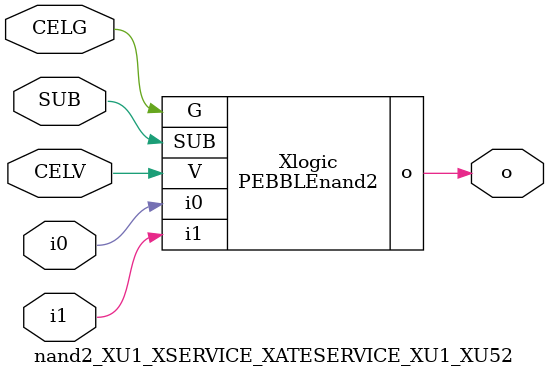
<source format=v>



module PEBBLEnand2 ( o, G, SUB, V, i0, i1 );

  input i0;
  input V;
  input i1;
  input G;
  output o;
  input SUB;
endmodule

//Celera Confidential Do Not Copy nand2_XU1_XSERVICE_XATESERVICE_XU1_XU52
//Celera Confidential Symbol Generator
//5V NAND2
module nand2_XU1_XSERVICE_XATESERVICE_XU1_XU52 (CELV,CELG,i0,i1,o,SUB);
input CELV;
input CELG;
input i0;
input i1;
input SUB;
output o;

//Celera Confidential Do Not Copy nand2
PEBBLEnand2 Xlogic(
.V (CELV),
.i0 (i0),
.i1 (i1),
.o (o),
.SUB (SUB),
.G (CELG)
);
//,diesize,PEBBLEnand2

//Celera Confidential Do Not Copy Module End
//Celera Schematic Generator
endmodule

</source>
